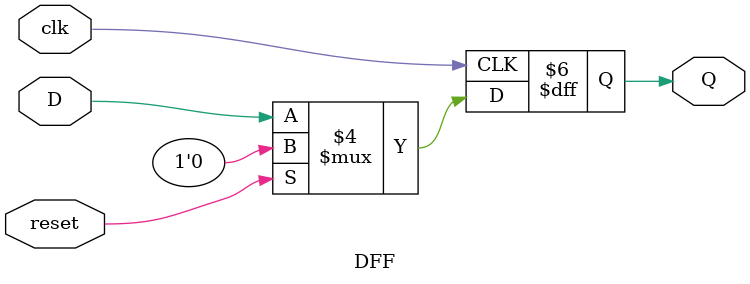
<source format=sv>

`ifndef DFF
`define DFF

module DFF(D, Q, clk, reset);
  input D, clk, reset;
  output reg Q;
 /*
  wire w1, w2, w3, w4, nQ;
  
  nand(w1,D,reset,w2);
  nand(w2,clk,w1,w3);
  nand(w3,reset,clk,w4);
  nand(w4,w1,w3);
  nand(nQ,w2,reset,Q);
  nand(Q,w3,nQ); */

  always @(posedge clk)
  begin
    if(reset == 1)
      Q <= 0;
    else
      Q <= D;
  end

endmodule
`endif  //DFF

</source>
